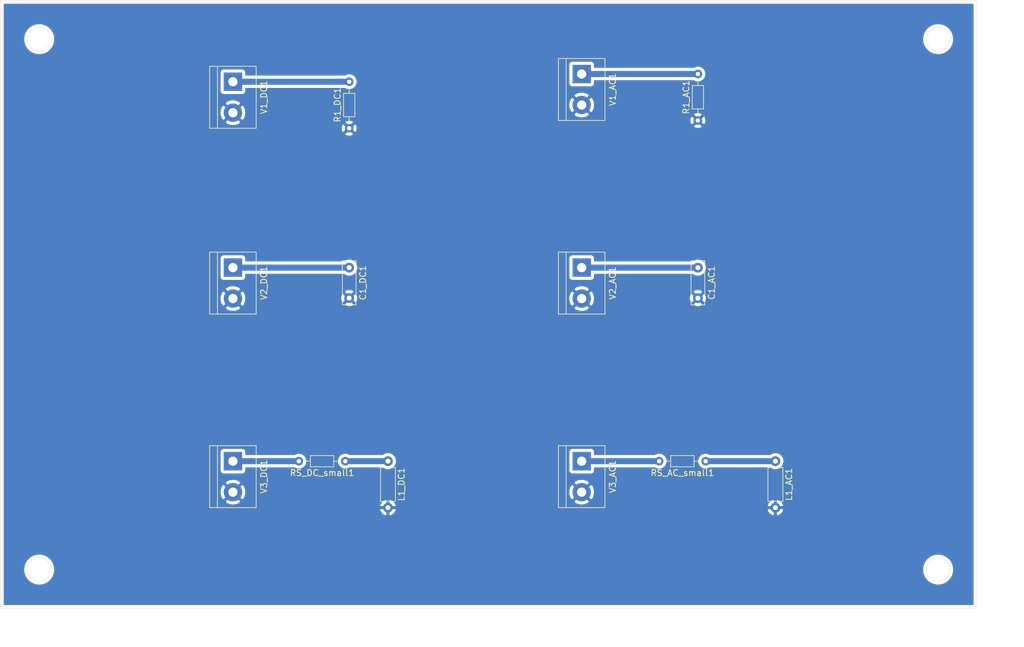
<source format=kicad_pcb>
(kicad_pcb (version 20171130) (host pcbnew "(5.1.10)-1")

  (general
    (thickness 1.6)
    (drawings 18)
    (tracks 9)
    (zones 0)
    (modules 14)
    (nets 10)
  )

  (page A4)
  (title_block
    (title "Basic components")
    (date 2021-08-04)
    (rev 1.0)
    (company SISSA)
    (comment 1 "Erik ZORZIN")
  )

  (layers
    (0 F.Cu signal)
    (31 B.Cu signal)
    (32 B.Adhes user)
    (33 F.Adhes user)
    (34 B.Paste user)
    (35 F.Paste user)
    (36 B.SilkS user)
    (37 F.SilkS user)
    (38 B.Mask user)
    (39 F.Mask user)
    (40 Dwgs.User user)
    (41 Cmts.User user)
    (42 Eco1.User user)
    (43 Eco2.User user)
    (44 Edge.Cuts user)
    (45 Margin user)
    (46 B.CrtYd user)
    (47 F.CrtYd user)
    (48 B.Fab user)
    (49 F.Fab user)
  )

  (setup
    (last_trace_width 1)
    (user_trace_width 1)
    (trace_clearance 0.2)
    (zone_clearance 0.508)
    (zone_45_only no)
    (trace_min 0.2)
    (via_size 0.8)
    (via_drill 0.4)
    (via_min_size 0.4)
    (via_min_drill 0.3)
    (uvia_size 0.3)
    (uvia_drill 0.1)
    (uvias_allowed no)
    (uvia_min_size 0.2)
    (uvia_min_drill 0.1)
    (edge_width 0.05)
    (segment_width 0.2)
    (pcb_text_width 0.3)
    (pcb_text_size 1.5 1.5)
    (mod_edge_width 0.12)
    (mod_text_size 1 1)
    (mod_text_width 0.15)
    (pad_size 1.524 1.524)
    (pad_drill 0.762)
    (pad_to_mask_clearance 0)
    (aux_axis_origin 0 0)
    (visible_elements FFFFFF7F)
    (pcbplotparams
      (layerselection 0x010fc_ffffffff)
      (usegerberextensions false)
      (usegerberattributes true)
      (usegerberadvancedattributes true)
      (creategerberjobfile true)
      (excludeedgelayer true)
      (linewidth 0.100000)
      (plotframeref false)
      (viasonmask false)
      (mode 1)
      (useauxorigin false)
      (hpglpennumber 1)
      (hpglpenspeed 20)
      (hpglpendiameter 15.000000)
      (psnegative false)
      (psa4output false)
      (plotreference true)
      (plotvalue true)
      (plotinvisibletext false)
      (padsonsilk false)
      (subtractmaskfromsilk false)
      (outputformat 1)
      (mirror false)
      (drillshape 1)
      (scaleselection 1)
      (outputdirectory ""))
  )

  (net 0 "")
  (net 1 GND)
  (net 2 "Net-(C1_AC1-Pad1)")
  (net 3 "Net-(C1_DC1-Pad1)")
  (net 4 "Net-(L1_AC1-Pad1)")
  (net 5 "Net-(L1_DC1-Pad1)")
  (net 6 "Net-(R1_AC1-Pad2)")
  (net 7 "Net-(R1_DC1-Pad2)")
  (net 8 "Net-(RS_AC_small1-Pad2)")
  (net 9 "Net-(RS_DC_small1-Pad2)")

  (net_class Default "This is the default net class."
    (clearance 0.2)
    (trace_width 0.25)
    (via_dia 0.8)
    (via_drill 0.4)
    (uvia_dia 0.3)
    (uvia_drill 0.1)
    (add_net GND)
    (add_net "Net-(C1_AC1-Pad1)")
    (add_net "Net-(C1_DC1-Pad1)")
    (add_net "Net-(L1_AC1-Pad1)")
    (add_net "Net-(L1_DC1-Pad1)")
    (add_net "Net-(R1_AC1-Pad2)")
    (add_net "Net-(R1_DC1-Pad2)")
    (add_net "Net-(RS_AC_small1-Pad2)")
    (add_net "Net-(RS_DC_small1-Pad2)")
  )

  (module Capacitor_THT:C_Rect_L7.0mm_W2.0mm_P5.00mm (layer F.Cu) (tedit 5AE50EF0) (tstamp 610AC59F)
    (at 177.8 84.460001 270)
    (descr "C, Rect series, Radial, pin pitch=5.00mm, , length*width=7*2mm^2, Capacitor")
    (tags "C Rect series Radial pin pitch 5.00mm  length 7mm width 2mm Capacitor")
    (path /610A6A1D)
    (fp_text reference C1_AC1 (at 2.5 -2.25 90) (layer F.SilkS)
      (effects (font (size 1 1) (thickness 0.15)))
    )
    (fp_text value 100n (at 2.5 2.25 90) (layer F.Fab)
      (effects (font (size 1 1) (thickness 0.15)))
    )
    (fp_text user %R (at 2.5 0 90) (layer F.Fab)
      (effects (font (size 1 1) (thickness 0.15)))
    )
    (fp_line (start -1 -1) (end -1 1) (layer F.Fab) (width 0.1))
    (fp_line (start -1 1) (end 6 1) (layer F.Fab) (width 0.1))
    (fp_line (start 6 1) (end 6 -1) (layer F.Fab) (width 0.1))
    (fp_line (start 6 -1) (end -1 -1) (layer F.Fab) (width 0.1))
    (fp_line (start -1.12 -1.12) (end 6.12 -1.12) (layer F.SilkS) (width 0.12))
    (fp_line (start -1.12 1.12) (end 6.12 1.12) (layer F.SilkS) (width 0.12))
    (fp_line (start -1.12 -1.12) (end -1.12 1.12) (layer F.SilkS) (width 0.12))
    (fp_line (start 6.12 -1.12) (end 6.12 1.12) (layer F.SilkS) (width 0.12))
    (fp_line (start -1.25 -1.25) (end -1.25 1.25) (layer F.CrtYd) (width 0.05))
    (fp_line (start -1.25 1.25) (end 6.25 1.25) (layer F.CrtYd) (width 0.05))
    (fp_line (start 6.25 1.25) (end 6.25 -1.25) (layer F.CrtYd) (width 0.05))
    (fp_line (start 6.25 -1.25) (end -1.25 -1.25) (layer F.CrtYd) (width 0.05))
    (pad 2 thru_hole circle (at 5 0 270) (size 1.6 1.6) (drill 0.8) (layers *.Cu *.Mask)
      (net 1 GND))
    (pad 1 thru_hole circle (at 0 0 270) (size 1.6 1.6) (drill 0.8) (layers *.Cu *.Mask)
      (net 2 "Net-(C1_AC1-Pad1)"))
    (model ${KISYS3DMOD}/Capacitor_THT.3dshapes/C_Rect_L7.0mm_W2.0mm_P5.00mm.wrl
      (at (xyz 0 0 0))
      (scale (xyz 1 1 1))
      (rotate (xyz 0 0 0))
    )
  )

  (module Inductor_THT:L_Axial_L5.3mm_D2.2mm_P7.62mm_Horizontal_Vishay_IM-1 (layer F.Cu) (tedit 5AE59B05) (tstamp 610AD592)
    (at 190.5 116.205 270)
    (descr "Inductor, Axial series, Axial, Horizontal, pin pitch=7.62mm, , length*diameter=5.3*2.2mm^2, Vishay, IM-1, http://www.vishay.com/docs/34030/im.pdf")
    (tags "Inductor Axial series Axial Horizontal pin pitch 7.62mm  length 5.3mm diameter 2.2mm Vishay IM-1")
    (path /610A6A3A)
    (fp_text reference L1_AC1 (at 3.81 -2.22 90) (layer F.SilkS)
      (effects (font (size 1 1) (thickness 0.15)))
    )
    (fp_text value 1u (at 3.81 2.22 90) (layer F.Fab)
      (effects (font (size 1 1) (thickness 0.15)))
    )
    (fp_text user %R (at 3.81 0 90) (layer F.Fab)
      (effects (font (size 1 1) (thickness 0.15)))
    )
    (fp_line (start 1.16 -1.1) (end 1.16 1.1) (layer F.Fab) (width 0.1))
    (fp_line (start 1.16 1.1) (end 6.46 1.1) (layer F.Fab) (width 0.1))
    (fp_line (start 6.46 1.1) (end 6.46 -1.1) (layer F.Fab) (width 0.1))
    (fp_line (start 6.46 -1.1) (end 1.16 -1.1) (layer F.Fab) (width 0.1))
    (fp_line (start 0 0) (end 1.16 0) (layer F.Fab) (width 0.1))
    (fp_line (start 7.62 0) (end 6.46 0) (layer F.Fab) (width 0.1))
    (fp_line (start 1.04 -1.22) (end 1.04 1.22) (layer F.SilkS) (width 0.12))
    (fp_line (start 1.04 1.22) (end 6.58 1.22) (layer F.SilkS) (width 0.12))
    (fp_line (start 6.58 1.22) (end 6.58 -1.22) (layer F.SilkS) (width 0.12))
    (fp_line (start 6.58 -1.22) (end 1.04 -1.22) (layer F.SilkS) (width 0.12))
    (fp_line (start -1.05 -1.35) (end -1.05 1.35) (layer F.CrtYd) (width 0.05))
    (fp_line (start -1.05 1.35) (end 8.67 1.35) (layer F.CrtYd) (width 0.05))
    (fp_line (start 8.67 1.35) (end 8.67 -1.35) (layer F.CrtYd) (width 0.05))
    (fp_line (start 8.67 -1.35) (end -1.05 -1.35) (layer F.CrtYd) (width 0.05))
    (pad 2 thru_hole oval (at 7.62 0 270) (size 1.6 1.6) (drill 0.8) (layers *.Cu *.Mask)
      (net 1 GND))
    (pad 1 thru_hole circle (at 0 0 270) (size 1.6 1.6) (drill 0.8) (layers *.Cu *.Mask)
      (net 4 "Net-(L1_AC1-Pad1)"))
    (model ${KISYS3DMOD}/Inductor_THT.3dshapes/L_Axial_L5.3mm_D2.2mm_P7.62mm_Horizontal_Vishay_IM-1.wrl
      (at (xyz 0 0 0))
      (scale (xyz 1 1 1))
      (rotate (xyz 0 0 0))
    )
  )

  (module Inductor_THT:L_Axial_L5.3mm_D2.2mm_P7.62mm_Horizontal_Vishay_IM-1 (layer F.Cu) (tedit 5AE59B05) (tstamp 610AC5DC)
    (at 127 116.205 270)
    (descr "Inductor, Axial series, Axial, Horizontal, pin pitch=7.62mm, , length*diameter=5.3*2.2mm^2, Vishay, IM-1, http://www.vishay.com/docs/34030/im.pdf")
    (tags "Inductor Axial series Axial Horizontal pin pitch 7.62mm  length 5.3mm diameter 2.2mm Vishay IM-1")
    (path /6109EE80)
    (fp_text reference L1_DC1 (at 3.81 -2.22 90) (layer F.SilkS)
      (effects (font (size 1 1) (thickness 0.15)))
    )
    (fp_text value 1u (at 3.81 2.22 90) (layer F.Fab)
      (effects (font (size 1 1) (thickness 0.15)))
    )
    (fp_line (start 8.67 -1.35) (end -1.05 -1.35) (layer F.CrtYd) (width 0.05))
    (fp_line (start 8.67 1.35) (end 8.67 -1.35) (layer F.CrtYd) (width 0.05))
    (fp_line (start -1.05 1.35) (end 8.67 1.35) (layer F.CrtYd) (width 0.05))
    (fp_line (start -1.05 -1.35) (end -1.05 1.35) (layer F.CrtYd) (width 0.05))
    (fp_line (start 6.58 -1.22) (end 1.04 -1.22) (layer F.SilkS) (width 0.12))
    (fp_line (start 6.58 1.22) (end 6.58 -1.22) (layer F.SilkS) (width 0.12))
    (fp_line (start 1.04 1.22) (end 6.58 1.22) (layer F.SilkS) (width 0.12))
    (fp_line (start 1.04 -1.22) (end 1.04 1.22) (layer F.SilkS) (width 0.12))
    (fp_line (start 7.62 0) (end 6.46 0) (layer F.Fab) (width 0.1))
    (fp_line (start 0 0) (end 1.16 0) (layer F.Fab) (width 0.1))
    (fp_line (start 6.46 -1.1) (end 1.16 -1.1) (layer F.Fab) (width 0.1))
    (fp_line (start 6.46 1.1) (end 6.46 -1.1) (layer F.Fab) (width 0.1))
    (fp_line (start 1.16 1.1) (end 6.46 1.1) (layer F.Fab) (width 0.1))
    (fp_line (start 1.16 -1.1) (end 1.16 1.1) (layer F.Fab) (width 0.1))
    (fp_text user %R (at 3.81 0 90) (layer F.Fab)
      (effects (font (size 1 1) (thickness 0.15)))
    )
    (pad 1 thru_hole circle (at 0 0 270) (size 1.6 1.6) (drill 0.8) (layers *.Cu *.Mask)
      (net 5 "Net-(L1_DC1-Pad1)"))
    (pad 2 thru_hole oval (at 7.62 0 270) (size 1.6 1.6) (drill 0.8) (layers *.Cu *.Mask)
      (net 1 GND))
    (model ${KISYS3DMOD}/Inductor_THT.3dshapes/L_Axial_L5.3mm_D2.2mm_P7.62mm_Horizontal_Vishay_IM-1.wrl
      (at (xyz 0 0 0))
      (scale (xyz 1 1 1))
      (rotate (xyz 0 0 0))
    )
  )

  (module Resistor_THT:R_Axial_DIN0204_L3.6mm_D1.6mm_P7.62mm_Horizontal (layer F.Cu) (tedit 5AE5139B) (tstamp 610AC5F3)
    (at 177.8 60.325 90)
    (descr "Resistor, Axial_DIN0204 series, Axial, Horizontal, pin pitch=7.62mm, 0.167W, length*diameter=3.6*1.6mm^2, http://cdn-reichelt.de/documents/datenblatt/B400/1_4W%23YAG.pdf")
    (tags "Resistor Axial_DIN0204 series Axial Horizontal pin pitch 7.62mm 0.167W length 3.6mm diameter 1.6mm")
    (path /610A69F0)
    (fp_text reference R1_AC1 (at 3.81 -1.92 90) (layer F.SilkS)
      (effects (font (size 1 1) (thickness 0.15)))
    )
    (fp_text value 1k (at 3.81 1.92 90) (layer F.Fab)
      (effects (font (size 1 1) (thickness 0.15)))
    )
    (fp_line (start 8.57 -1.05) (end -0.95 -1.05) (layer F.CrtYd) (width 0.05))
    (fp_line (start 8.57 1.05) (end 8.57 -1.05) (layer F.CrtYd) (width 0.05))
    (fp_line (start -0.95 1.05) (end 8.57 1.05) (layer F.CrtYd) (width 0.05))
    (fp_line (start -0.95 -1.05) (end -0.95 1.05) (layer F.CrtYd) (width 0.05))
    (fp_line (start 6.68 0) (end 5.73 0) (layer F.SilkS) (width 0.12))
    (fp_line (start 0.94 0) (end 1.89 0) (layer F.SilkS) (width 0.12))
    (fp_line (start 5.73 -0.92) (end 1.89 -0.92) (layer F.SilkS) (width 0.12))
    (fp_line (start 5.73 0.92) (end 5.73 -0.92) (layer F.SilkS) (width 0.12))
    (fp_line (start 1.89 0.92) (end 5.73 0.92) (layer F.SilkS) (width 0.12))
    (fp_line (start 1.89 -0.92) (end 1.89 0.92) (layer F.SilkS) (width 0.12))
    (fp_line (start 7.62 0) (end 5.61 0) (layer F.Fab) (width 0.1))
    (fp_line (start 0 0) (end 2.01 0) (layer F.Fab) (width 0.1))
    (fp_line (start 5.61 -0.8) (end 2.01 -0.8) (layer F.Fab) (width 0.1))
    (fp_line (start 5.61 0.8) (end 5.61 -0.8) (layer F.Fab) (width 0.1))
    (fp_line (start 2.01 0.8) (end 5.61 0.8) (layer F.Fab) (width 0.1))
    (fp_line (start 2.01 -0.8) (end 2.01 0.8) (layer F.Fab) (width 0.1))
    (fp_text user %R (at 3.81 0 90) (layer F.Fab)
      (effects (font (size 0.72 0.72) (thickness 0.108)))
    )
    (pad 1 thru_hole circle (at 0 0 90) (size 1.4 1.4) (drill 0.7) (layers *.Cu *.Mask)
      (net 1 GND))
    (pad 2 thru_hole oval (at 7.62 0 90) (size 1.4 1.4) (drill 0.7) (layers *.Cu *.Mask)
      (net 6 "Net-(R1_AC1-Pad2)"))
    (model ${KISYS3DMOD}/Resistor_THT.3dshapes/R_Axial_DIN0204_L3.6mm_D1.6mm_P7.62mm_Horizontal.wrl
      (at (xyz 0 0 0))
      (scale (xyz 1 1 1))
      (rotate (xyz 0 0 0))
    )
  )

  (module Resistor_THT:R_Axial_DIN0204_L3.6mm_D1.6mm_P7.62mm_Horizontal (layer F.Cu) (tedit 5AE5139B) (tstamp 610AD954)
    (at 120.65 61.595 90)
    (descr "Resistor, Axial_DIN0204 series, Axial, Horizontal, pin pitch=7.62mm, 0.167W, length*diameter=3.6*1.6mm^2, http://cdn-reichelt.de/documents/datenblatt/B400/1_4W%23YAG.pdf")
    (tags "Resistor Axial_DIN0204 series Axial Horizontal pin pitch 7.62mm 0.167W length 3.6mm diameter 1.6mm")
    (path /61093210)
    (fp_text reference R1_DC1 (at 3.81 -1.92 90) (layer F.SilkS)
      (effects (font (size 1 1) (thickness 0.15)))
    )
    (fp_text value 1k (at 3.81 1.92 90) (layer F.Fab)
      (effects (font (size 1 1) (thickness 0.15)))
    )
    (fp_line (start 8.57 -1.05) (end -0.95 -1.05) (layer F.CrtYd) (width 0.05))
    (fp_line (start 8.57 1.05) (end 8.57 -1.05) (layer F.CrtYd) (width 0.05))
    (fp_line (start -0.95 1.05) (end 8.57 1.05) (layer F.CrtYd) (width 0.05))
    (fp_line (start -0.95 -1.05) (end -0.95 1.05) (layer F.CrtYd) (width 0.05))
    (fp_line (start 6.68 0) (end 5.73 0) (layer F.SilkS) (width 0.12))
    (fp_line (start 0.94 0) (end 1.89 0) (layer F.SilkS) (width 0.12))
    (fp_line (start 5.73 -0.92) (end 1.89 -0.92) (layer F.SilkS) (width 0.12))
    (fp_line (start 5.73 0.92) (end 5.73 -0.92) (layer F.SilkS) (width 0.12))
    (fp_line (start 1.89 0.92) (end 5.73 0.92) (layer F.SilkS) (width 0.12))
    (fp_line (start 1.89 -0.92) (end 1.89 0.92) (layer F.SilkS) (width 0.12))
    (fp_line (start 7.62 0) (end 5.61 0) (layer F.Fab) (width 0.1))
    (fp_line (start 0 0) (end 2.01 0) (layer F.Fab) (width 0.1))
    (fp_line (start 5.61 -0.8) (end 2.01 -0.8) (layer F.Fab) (width 0.1))
    (fp_line (start 5.61 0.8) (end 5.61 -0.8) (layer F.Fab) (width 0.1))
    (fp_line (start 2.01 0.8) (end 5.61 0.8) (layer F.Fab) (width 0.1))
    (fp_line (start 2.01 -0.8) (end 2.01 0.8) (layer F.Fab) (width 0.1))
    (fp_text user %R (at 3.81 0 90) (layer F.Fab)
      (effects (font (size 0.72 0.72) (thickness 0.108)))
    )
    (pad 1 thru_hole circle (at 0 0 90) (size 1.4 1.4) (drill 0.7) (layers *.Cu *.Mask)
      (net 1 GND))
    (pad 2 thru_hole oval (at 7.62 0 90) (size 1.4 1.4) (drill 0.7) (layers *.Cu *.Mask)
      (net 7 "Net-(R1_DC1-Pad2)"))
    (model ${KISYS3DMOD}/Resistor_THT.3dshapes/R_Axial_DIN0204_L3.6mm_D1.6mm_P7.62mm_Horizontal.wrl
      (at (xyz 0 0 0))
      (scale (xyz 1 1 1))
      (rotate (xyz 0 0 0))
    )
  )

  (module Resistor_THT:R_Axial_DIN0204_L3.6mm_D1.6mm_P7.62mm_Horizontal (layer F.Cu) (tedit 5AE5139B) (tstamp 610AC621)
    (at 179.07 116.205 180)
    (descr "Resistor, Axial_DIN0204 series, Axial, Horizontal, pin pitch=7.62mm, 0.167W, length*diameter=3.6*1.6mm^2, http://cdn-reichelt.de/documents/datenblatt/B400/1_4W%23YAG.pdf")
    (tags "Resistor Axial_DIN0204 series Axial Horizontal pin pitch 7.62mm 0.167W length 3.6mm diameter 1.6mm")
    (path /610A6A40)
    (fp_text reference RS_AC_small1 (at 3.81 -1.92) (layer F.SilkS)
      (effects (font (size 1 1) (thickness 0.15)))
    )
    (fp_text value 1u (at 3.81 1.92) (layer F.Fab)
      (effects (font (size 1 1) (thickness 0.15)))
    )
    (fp_text user %R (at 3.81 0) (layer F.Fab)
      (effects (font (size 0.72 0.72) (thickness 0.108)))
    )
    (fp_line (start 2.01 -0.8) (end 2.01 0.8) (layer F.Fab) (width 0.1))
    (fp_line (start 2.01 0.8) (end 5.61 0.8) (layer F.Fab) (width 0.1))
    (fp_line (start 5.61 0.8) (end 5.61 -0.8) (layer F.Fab) (width 0.1))
    (fp_line (start 5.61 -0.8) (end 2.01 -0.8) (layer F.Fab) (width 0.1))
    (fp_line (start 0 0) (end 2.01 0) (layer F.Fab) (width 0.1))
    (fp_line (start 7.62 0) (end 5.61 0) (layer F.Fab) (width 0.1))
    (fp_line (start 1.89 -0.92) (end 1.89 0.92) (layer F.SilkS) (width 0.12))
    (fp_line (start 1.89 0.92) (end 5.73 0.92) (layer F.SilkS) (width 0.12))
    (fp_line (start 5.73 0.92) (end 5.73 -0.92) (layer F.SilkS) (width 0.12))
    (fp_line (start 5.73 -0.92) (end 1.89 -0.92) (layer F.SilkS) (width 0.12))
    (fp_line (start 0.94 0) (end 1.89 0) (layer F.SilkS) (width 0.12))
    (fp_line (start 6.68 0) (end 5.73 0) (layer F.SilkS) (width 0.12))
    (fp_line (start -0.95 -1.05) (end -0.95 1.05) (layer F.CrtYd) (width 0.05))
    (fp_line (start -0.95 1.05) (end 8.57 1.05) (layer F.CrtYd) (width 0.05))
    (fp_line (start 8.57 1.05) (end 8.57 -1.05) (layer F.CrtYd) (width 0.05))
    (fp_line (start 8.57 -1.05) (end -0.95 -1.05) (layer F.CrtYd) (width 0.05))
    (pad 2 thru_hole oval (at 7.62 0 180) (size 1.4 1.4) (drill 0.7) (layers *.Cu *.Mask)
      (net 8 "Net-(RS_AC_small1-Pad2)"))
    (pad 1 thru_hole circle (at 0 0 180) (size 1.4 1.4) (drill 0.7) (layers *.Cu *.Mask)
      (net 4 "Net-(L1_AC1-Pad1)"))
    (model ${KISYS3DMOD}/Resistor_THT.3dshapes/R_Axial_DIN0204_L3.6mm_D1.6mm_P7.62mm_Horizontal.wrl
      (at (xyz 0 0 0))
      (scale (xyz 1 1 1))
      (rotate (xyz 0 0 0))
    )
  )

  (module Resistor_THT:R_Axial_DIN0204_L3.6mm_D1.6mm_P7.62mm_Horizontal (layer F.Cu) (tedit 5AE5139B) (tstamp 610ACFD6)
    (at 120.015 116.205 180)
    (descr "Resistor, Axial_DIN0204 series, Axial, Horizontal, pin pitch=7.62mm, 0.167W, length*diameter=3.6*1.6mm^2, http://cdn-reichelt.de/documents/datenblatt/B400/1_4W%23YAG.pdf")
    (tags "Resistor Axial_DIN0204 series Axial Horizontal pin pitch 7.62mm 0.167W length 3.6mm diameter 1.6mm")
    (path /6109F806)
    (fp_text reference RS_DC_small1 (at 3.81 -1.92) (layer F.SilkS)
      (effects (font (size 1 1) (thickness 0.15)))
    )
    (fp_text value 100m (at 3.81 1.92) (layer F.Fab)
      (effects (font (size 1 1) (thickness 0.15)))
    )
    (fp_text user %R (at 3.81 0) (layer F.Fab)
      (effects (font (size 0.72 0.72) (thickness 0.108)))
    )
    (fp_line (start 2.01 -0.8) (end 2.01 0.8) (layer F.Fab) (width 0.1))
    (fp_line (start 2.01 0.8) (end 5.61 0.8) (layer F.Fab) (width 0.1))
    (fp_line (start 5.61 0.8) (end 5.61 -0.8) (layer F.Fab) (width 0.1))
    (fp_line (start 5.61 -0.8) (end 2.01 -0.8) (layer F.Fab) (width 0.1))
    (fp_line (start 0 0) (end 2.01 0) (layer F.Fab) (width 0.1))
    (fp_line (start 7.62 0) (end 5.61 0) (layer F.Fab) (width 0.1))
    (fp_line (start 1.89 -0.92) (end 1.89 0.92) (layer F.SilkS) (width 0.12))
    (fp_line (start 1.89 0.92) (end 5.73 0.92) (layer F.SilkS) (width 0.12))
    (fp_line (start 5.73 0.92) (end 5.73 -0.92) (layer F.SilkS) (width 0.12))
    (fp_line (start 5.73 -0.92) (end 1.89 -0.92) (layer F.SilkS) (width 0.12))
    (fp_line (start 0.94 0) (end 1.89 0) (layer F.SilkS) (width 0.12))
    (fp_line (start 6.68 0) (end 5.73 0) (layer F.SilkS) (width 0.12))
    (fp_line (start -0.95 -1.05) (end -0.95 1.05) (layer F.CrtYd) (width 0.05))
    (fp_line (start -0.95 1.05) (end 8.57 1.05) (layer F.CrtYd) (width 0.05))
    (fp_line (start 8.57 1.05) (end 8.57 -1.05) (layer F.CrtYd) (width 0.05))
    (fp_line (start 8.57 -1.05) (end -0.95 -1.05) (layer F.CrtYd) (width 0.05))
    (pad 2 thru_hole oval (at 7.62 0 180) (size 1.4 1.4) (drill 0.7) (layers *.Cu *.Mask)
      (net 9 "Net-(RS_DC_small1-Pad2)"))
    (pad 1 thru_hole circle (at 0 0 180) (size 1.4 1.4) (drill 0.7) (layers *.Cu *.Mask)
      (net 5 "Net-(L1_DC1-Pad1)"))
    (model ${KISYS3DMOD}/Resistor_THT.3dshapes/R_Axial_DIN0204_L3.6mm_D1.6mm_P7.62mm_Horizontal.wrl
      (at (xyz 0 0 0))
      (scale (xyz 1 1 1))
      (rotate (xyz 0 0 0))
    )
  )

  (module TerminalBlock:TerminalBlock_bornier-2_P5.08mm (layer F.Cu) (tedit 59FF03AB) (tstamp 610AC64D)
    (at 158.75 52.705 270)
    (descr "simple 2-pin terminal block, pitch 5.08mm, revamped version of bornier2")
    (tags "terminal block bornier2")
    (path /610A7EDA)
    (fp_text reference V1_AC1 (at 2.54 -5.08 90) (layer F.SilkS)
      (effects (font (size 1 1) (thickness 0.15)))
    )
    (fp_text value VSIN (at 2.54 5.08 90) (layer F.Fab)
      (effects (font (size 1 1) (thickness 0.15)))
    )
    (fp_text user %R (at 2.54 0 90) (layer F.Fab)
      (effects (font (size 1 1) (thickness 0.15)))
    )
    (fp_line (start -2.41 2.55) (end 7.49 2.55) (layer F.Fab) (width 0.1))
    (fp_line (start -2.46 -3.75) (end -2.46 3.75) (layer F.Fab) (width 0.1))
    (fp_line (start -2.46 3.75) (end 7.54 3.75) (layer F.Fab) (width 0.1))
    (fp_line (start 7.54 3.75) (end 7.54 -3.75) (layer F.Fab) (width 0.1))
    (fp_line (start 7.54 -3.75) (end -2.46 -3.75) (layer F.Fab) (width 0.1))
    (fp_line (start 7.62 2.54) (end -2.54 2.54) (layer F.SilkS) (width 0.12))
    (fp_line (start 7.62 3.81) (end 7.62 -3.81) (layer F.SilkS) (width 0.12))
    (fp_line (start 7.62 -3.81) (end -2.54 -3.81) (layer F.SilkS) (width 0.12))
    (fp_line (start -2.54 -3.81) (end -2.54 3.81) (layer F.SilkS) (width 0.12))
    (fp_line (start -2.54 3.81) (end 7.62 3.81) (layer F.SilkS) (width 0.12))
    (fp_line (start -2.71 -4) (end 7.79 -4) (layer F.CrtYd) (width 0.05))
    (fp_line (start -2.71 -4) (end -2.71 4) (layer F.CrtYd) (width 0.05))
    (fp_line (start 7.79 4) (end 7.79 -4) (layer F.CrtYd) (width 0.05))
    (fp_line (start 7.79 4) (end -2.71 4) (layer F.CrtYd) (width 0.05))
    (pad 2 thru_hole circle (at 5.08 0 270) (size 3 3) (drill 1.52) (layers *.Cu *.Mask)
      (net 1 GND))
    (pad 1 thru_hole rect (at 0 0 270) (size 3 3) (drill 1.52) (layers *.Cu *.Mask)
      (net 6 "Net-(R1_AC1-Pad2)"))
    (model ${KISYS3DMOD}/TerminalBlock.3dshapes/TerminalBlock_bornier-2_P5.08mm.wrl
      (offset (xyz 2.539999961853027 0 0))
      (scale (xyz 1 1 1))
      (rotate (xyz 0 0 0))
    )
  )

  (module TerminalBlock:TerminalBlock_bornier-2_P5.08mm (layer F.Cu) (tedit 59FF03AB) (tstamp 610AC662)
    (at 101.6 53.975 270)
    (descr "simple 2-pin terminal block, pitch 5.08mm, revamped version of bornier2")
    (tags "terminal block bornier2")
    (path /61095999)
    (fp_text reference V1_DC1 (at 2.54 -5.08 90) (layer F.SilkS)
      (effects (font (size 1 1) (thickness 0.15)))
    )
    (fp_text value VDC (at 2.54 5.08 90) (layer F.Fab)
      (effects (font (size 1 1) (thickness 0.15)))
    )
    (fp_line (start 7.79 4) (end -2.71 4) (layer F.CrtYd) (width 0.05))
    (fp_line (start 7.79 4) (end 7.79 -4) (layer F.CrtYd) (width 0.05))
    (fp_line (start -2.71 -4) (end -2.71 4) (layer F.CrtYd) (width 0.05))
    (fp_line (start -2.71 -4) (end 7.79 -4) (layer F.CrtYd) (width 0.05))
    (fp_line (start -2.54 3.81) (end 7.62 3.81) (layer F.SilkS) (width 0.12))
    (fp_line (start -2.54 -3.81) (end -2.54 3.81) (layer F.SilkS) (width 0.12))
    (fp_line (start 7.62 -3.81) (end -2.54 -3.81) (layer F.SilkS) (width 0.12))
    (fp_line (start 7.62 3.81) (end 7.62 -3.81) (layer F.SilkS) (width 0.12))
    (fp_line (start 7.62 2.54) (end -2.54 2.54) (layer F.SilkS) (width 0.12))
    (fp_line (start 7.54 -3.75) (end -2.46 -3.75) (layer F.Fab) (width 0.1))
    (fp_line (start 7.54 3.75) (end 7.54 -3.75) (layer F.Fab) (width 0.1))
    (fp_line (start -2.46 3.75) (end 7.54 3.75) (layer F.Fab) (width 0.1))
    (fp_line (start -2.46 -3.75) (end -2.46 3.75) (layer F.Fab) (width 0.1))
    (fp_line (start -2.41 2.55) (end 7.49 2.55) (layer F.Fab) (width 0.1))
    (fp_text user %R (at 2.54 0 90) (layer F.Fab)
      (effects (font (size 1 1) (thickness 0.15)))
    )
    (pad 1 thru_hole rect (at 0 0 270) (size 3 3) (drill 1.52) (layers *.Cu *.Mask)
      (net 7 "Net-(R1_DC1-Pad2)"))
    (pad 2 thru_hole circle (at 5.08 0 270) (size 3 3) (drill 1.52) (layers *.Cu *.Mask)
      (net 1 GND))
    (model ${KISYS3DMOD}/TerminalBlock.3dshapes/TerminalBlock_bornier-2_P5.08mm.wrl
      (offset (xyz 2.539999961853027 0 0))
      (scale (xyz 1 1 1))
      (rotate (xyz 0 0 0))
    )
  )

  (module TerminalBlock:TerminalBlock_bornier-2_P5.08mm (layer F.Cu) (tedit 59FF03AB) (tstamp 610AC677)
    (at 158.75 84.455 270)
    (descr "simple 2-pin terminal block, pitch 5.08mm, revamped version of bornier2")
    (tags "terminal block bornier2")
    (path /610A8AA7)
    (fp_text reference V2_AC1 (at 2.54 -5.08 90) (layer F.SilkS)
      (effects (font (size 1 1) (thickness 0.15)))
    )
    (fp_text value VSIN (at 2.54 5.08 90) (layer F.Fab)
      (effects (font (size 1 1) (thickness 0.15)))
    )
    (fp_line (start 7.79 4) (end -2.71 4) (layer F.CrtYd) (width 0.05))
    (fp_line (start 7.79 4) (end 7.79 -4) (layer F.CrtYd) (width 0.05))
    (fp_line (start -2.71 -4) (end -2.71 4) (layer F.CrtYd) (width 0.05))
    (fp_line (start -2.71 -4) (end 7.79 -4) (layer F.CrtYd) (width 0.05))
    (fp_line (start -2.54 3.81) (end 7.62 3.81) (layer F.SilkS) (width 0.12))
    (fp_line (start -2.54 -3.81) (end -2.54 3.81) (layer F.SilkS) (width 0.12))
    (fp_line (start 7.62 -3.81) (end -2.54 -3.81) (layer F.SilkS) (width 0.12))
    (fp_line (start 7.62 3.81) (end 7.62 -3.81) (layer F.SilkS) (width 0.12))
    (fp_line (start 7.62 2.54) (end -2.54 2.54) (layer F.SilkS) (width 0.12))
    (fp_line (start 7.54 -3.75) (end -2.46 -3.75) (layer F.Fab) (width 0.1))
    (fp_line (start 7.54 3.75) (end 7.54 -3.75) (layer F.Fab) (width 0.1))
    (fp_line (start -2.46 3.75) (end 7.54 3.75) (layer F.Fab) (width 0.1))
    (fp_line (start -2.46 -3.75) (end -2.46 3.75) (layer F.Fab) (width 0.1))
    (fp_line (start -2.41 2.55) (end 7.49 2.55) (layer F.Fab) (width 0.1))
    (fp_text user %R (at 2.54 0 90) (layer F.Fab)
      (effects (font (size 1 1) (thickness 0.15)))
    )
    (pad 1 thru_hole rect (at 0 0 270) (size 3 3) (drill 1.52) (layers *.Cu *.Mask)
      (net 2 "Net-(C1_AC1-Pad1)"))
    (pad 2 thru_hole circle (at 5.08 0 270) (size 3 3) (drill 1.52) (layers *.Cu *.Mask)
      (net 1 GND))
    (model ${KISYS3DMOD}/TerminalBlock.3dshapes/TerminalBlock_bornier-2_P5.08mm.wrl
      (offset (xyz 2.539999961853027 0 0))
      (scale (xyz 1 1 1))
      (rotate (xyz 0 0 0))
    )
  )

  (module TerminalBlock:TerminalBlock_bornier-2_P5.08mm (layer F.Cu) (tedit 59FF03AB) (tstamp 610AC68C)
    (at 101.6 84.455 270)
    (descr "simple 2-pin terminal block, pitch 5.08mm, revamped version of bornier2")
    (tags "terminal block bornier2")
    (path /61099CA3)
    (fp_text reference V2_DC1 (at 2.54 -5.08 90) (layer F.SilkS)
      (effects (font (size 1 1) (thickness 0.15)))
    )
    (fp_text value VDC (at 2.54 5.08 90) (layer F.Fab)
      (effects (font (size 1 1) (thickness 0.15)))
    )
    (fp_text user %R (at 2.54 0 90) (layer F.Fab)
      (effects (font (size 1 1) (thickness 0.15)))
    )
    (fp_line (start -2.41 2.55) (end 7.49 2.55) (layer F.Fab) (width 0.1))
    (fp_line (start -2.46 -3.75) (end -2.46 3.75) (layer F.Fab) (width 0.1))
    (fp_line (start -2.46 3.75) (end 7.54 3.75) (layer F.Fab) (width 0.1))
    (fp_line (start 7.54 3.75) (end 7.54 -3.75) (layer F.Fab) (width 0.1))
    (fp_line (start 7.54 -3.75) (end -2.46 -3.75) (layer F.Fab) (width 0.1))
    (fp_line (start 7.62 2.54) (end -2.54 2.54) (layer F.SilkS) (width 0.12))
    (fp_line (start 7.62 3.81) (end 7.62 -3.81) (layer F.SilkS) (width 0.12))
    (fp_line (start 7.62 -3.81) (end -2.54 -3.81) (layer F.SilkS) (width 0.12))
    (fp_line (start -2.54 -3.81) (end -2.54 3.81) (layer F.SilkS) (width 0.12))
    (fp_line (start -2.54 3.81) (end 7.62 3.81) (layer F.SilkS) (width 0.12))
    (fp_line (start -2.71 -4) (end 7.79 -4) (layer F.CrtYd) (width 0.05))
    (fp_line (start -2.71 -4) (end -2.71 4) (layer F.CrtYd) (width 0.05))
    (fp_line (start 7.79 4) (end 7.79 -4) (layer F.CrtYd) (width 0.05))
    (fp_line (start 7.79 4) (end -2.71 4) (layer F.CrtYd) (width 0.05))
    (pad 2 thru_hole circle (at 5.08 0 270) (size 3 3) (drill 1.52) (layers *.Cu *.Mask)
      (net 1 GND))
    (pad 1 thru_hole rect (at 0 0 270) (size 3 3) (drill 1.52) (layers *.Cu *.Mask)
      (net 3 "Net-(C1_DC1-Pad1)"))
    (model ${KISYS3DMOD}/TerminalBlock.3dshapes/TerminalBlock_bornier-2_P5.08mm.wrl
      (offset (xyz 2.539999961853027 0 0))
      (scale (xyz 1 1 1))
      (rotate (xyz 0 0 0))
    )
  )

  (module TerminalBlock:TerminalBlock_bornier-2_P5.08mm (layer F.Cu) (tedit 59FF03AB) (tstamp 610AC6A1)
    (at 158.75 116.205 270)
    (descr "simple 2-pin terminal block, pitch 5.08mm, revamped version of bornier2")
    (tags "terminal block bornier2")
    (path /610A9098)
    (fp_text reference V3_AC1 (at 2.54 -5.08 90) (layer F.SilkS)
      (effects (font (size 1 1) (thickness 0.15)))
    )
    (fp_text value VSIN (at 2.54 5.08 90) (layer F.Fab)
      (effects (font (size 1 1) (thickness 0.15)))
    )
    (fp_text user %R (at 2.54 0 90) (layer F.Fab)
      (effects (font (size 1 1) (thickness 0.15)))
    )
    (fp_line (start -2.41 2.55) (end 7.49 2.55) (layer F.Fab) (width 0.1))
    (fp_line (start -2.46 -3.75) (end -2.46 3.75) (layer F.Fab) (width 0.1))
    (fp_line (start -2.46 3.75) (end 7.54 3.75) (layer F.Fab) (width 0.1))
    (fp_line (start 7.54 3.75) (end 7.54 -3.75) (layer F.Fab) (width 0.1))
    (fp_line (start 7.54 -3.75) (end -2.46 -3.75) (layer F.Fab) (width 0.1))
    (fp_line (start 7.62 2.54) (end -2.54 2.54) (layer F.SilkS) (width 0.12))
    (fp_line (start 7.62 3.81) (end 7.62 -3.81) (layer F.SilkS) (width 0.12))
    (fp_line (start 7.62 -3.81) (end -2.54 -3.81) (layer F.SilkS) (width 0.12))
    (fp_line (start -2.54 -3.81) (end -2.54 3.81) (layer F.SilkS) (width 0.12))
    (fp_line (start -2.54 3.81) (end 7.62 3.81) (layer F.SilkS) (width 0.12))
    (fp_line (start -2.71 -4) (end 7.79 -4) (layer F.CrtYd) (width 0.05))
    (fp_line (start -2.71 -4) (end -2.71 4) (layer F.CrtYd) (width 0.05))
    (fp_line (start 7.79 4) (end 7.79 -4) (layer F.CrtYd) (width 0.05))
    (fp_line (start 7.79 4) (end -2.71 4) (layer F.CrtYd) (width 0.05))
    (pad 2 thru_hole circle (at 5.08 0 270) (size 3 3) (drill 1.52) (layers *.Cu *.Mask)
      (net 1 GND))
    (pad 1 thru_hole rect (at 0 0 270) (size 3 3) (drill 1.52) (layers *.Cu *.Mask)
      (net 8 "Net-(RS_AC_small1-Pad2)"))
    (model ${KISYS3DMOD}/TerminalBlock.3dshapes/TerminalBlock_bornier-2_P5.08mm.wrl
      (offset (xyz 2.539999961853027 0 0))
      (scale (xyz 1 1 1))
      (rotate (xyz 0 0 0))
    )
  )

  (module TerminalBlock:TerminalBlock_bornier-2_P5.08mm (layer F.Cu) (tedit 59FF03AB) (tstamp 610AC6B6)
    (at 101.6 116.205 270)
    (descr "simple 2-pin terminal block, pitch 5.08mm, revamped version of bornier2")
    (tags "terminal block bornier2")
    (path /6109EB02)
    (fp_text reference V3_DC1 (at 2.54 -5.08 90) (layer F.SilkS)
      (effects (font (size 1 1) (thickness 0.15)))
    )
    (fp_text value VDC (at 2.54 5.08 90) (layer F.Fab)
      (effects (font (size 1 1) (thickness 0.15)))
    )
    (fp_line (start 7.79 4) (end -2.71 4) (layer F.CrtYd) (width 0.05))
    (fp_line (start 7.79 4) (end 7.79 -4) (layer F.CrtYd) (width 0.05))
    (fp_line (start -2.71 -4) (end -2.71 4) (layer F.CrtYd) (width 0.05))
    (fp_line (start -2.71 -4) (end 7.79 -4) (layer F.CrtYd) (width 0.05))
    (fp_line (start -2.54 3.81) (end 7.62 3.81) (layer F.SilkS) (width 0.12))
    (fp_line (start -2.54 -3.81) (end -2.54 3.81) (layer F.SilkS) (width 0.12))
    (fp_line (start 7.62 -3.81) (end -2.54 -3.81) (layer F.SilkS) (width 0.12))
    (fp_line (start 7.62 3.81) (end 7.62 -3.81) (layer F.SilkS) (width 0.12))
    (fp_line (start 7.62 2.54) (end -2.54 2.54) (layer F.SilkS) (width 0.12))
    (fp_line (start 7.54 -3.75) (end -2.46 -3.75) (layer F.Fab) (width 0.1))
    (fp_line (start 7.54 3.75) (end 7.54 -3.75) (layer F.Fab) (width 0.1))
    (fp_line (start -2.46 3.75) (end 7.54 3.75) (layer F.Fab) (width 0.1))
    (fp_line (start -2.46 -3.75) (end -2.46 3.75) (layer F.Fab) (width 0.1))
    (fp_line (start -2.41 2.55) (end 7.49 2.55) (layer F.Fab) (width 0.1))
    (fp_text user %R (at 2.54 0 90) (layer F.Fab)
      (effects (font (size 1 1) (thickness 0.15)))
    )
    (pad 1 thru_hole rect (at 0 0 270) (size 3 3) (drill 1.52) (layers *.Cu *.Mask)
      (net 9 "Net-(RS_DC_small1-Pad2)"))
    (pad 2 thru_hole circle (at 5.08 0 270) (size 3 3) (drill 1.52) (layers *.Cu *.Mask)
      (net 1 GND))
    (model ${KISYS3DMOD}/TerminalBlock.3dshapes/TerminalBlock_bornier-2_P5.08mm.wrl
      (offset (xyz 2.539999961853027 0 0))
      (scale (xyz 1 1 1))
      (rotate (xyz 0 0 0))
    )
  )

  (module Capacitor_THT:C_Rect_L7.0mm_W2.0mm_P5.00mm (layer F.Cu) (tedit 5AE50EF0) (tstamp 610AD16E)
    (at 120.65 84.455 270)
    (descr "C, Rect series, Radial, pin pitch=5.00mm, , length*width=7*2mm^2, Capacitor")
    (tags "C Rect series Radial pin pitch 5.00mm  length 7mm width 2mm Capacitor")
    (path /6109C5D2)
    (fp_text reference C1_DC1 (at 2.5 -2.25 90) (layer F.SilkS)
      (effects (font (size 1 1) (thickness 0.15)))
    )
    (fp_text value 100n (at 2.5 2.25 90) (layer F.Fab)
      (effects (font (size 1 1) (thickness 0.15)))
    )
    (fp_line (start 6.25 -1.25) (end -1.25 -1.25) (layer F.CrtYd) (width 0.05))
    (fp_line (start 6.25 1.25) (end 6.25 -1.25) (layer F.CrtYd) (width 0.05))
    (fp_line (start -1.25 1.25) (end 6.25 1.25) (layer F.CrtYd) (width 0.05))
    (fp_line (start -1.25 -1.25) (end -1.25 1.25) (layer F.CrtYd) (width 0.05))
    (fp_line (start 6.12 -1.12) (end 6.12 1.12) (layer F.SilkS) (width 0.12))
    (fp_line (start -1.12 -1.12) (end -1.12 1.12) (layer F.SilkS) (width 0.12))
    (fp_line (start -1.12 1.12) (end 6.12 1.12) (layer F.SilkS) (width 0.12))
    (fp_line (start -1.12 -1.12) (end 6.12 -1.12) (layer F.SilkS) (width 0.12))
    (fp_line (start 6 -1) (end -1 -1) (layer F.Fab) (width 0.1))
    (fp_line (start 6 1) (end 6 -1) (layer F.Fab) (width 0.1))
    (fp_line (start -1 1) (end 6 1) (layer F.Fab) (width 0.1))
    (fp_line (start -1 -1) (end -1 1) (layer F.Fab) (width 0.1))
    (fp_text user %R (at 2.5 0 90) (layer F.Fab)
      (effects (font (size 1 1) (thickness 0.15)))
    )
    (pad 1 thru_hole circle (at 0 0 270) (size 1.6 1.6) (drill 0.8) (layers *.Cu *.Mask)
      (net 3 "Net-(C1_DC1-Pad1)"))
    (pad 2 thru_hole circle (at 5 0 270) (size 1.6 1.6) (drill 0.8) (layers *.Cu *.Mask)
      (net 1 GND))
    (model ${KISYS3DMOD}/Capacitor_THT.3dshapes/C_Rect_L7.0mm_W2.0mm_P5.00mm.wrl
      (at (xyz 0 0 0))
      (scale (xyz 1 1 1))
      (rotate (xyz 0 0 0))
    )
  )

  (dimension 99.695 (width 0.15) (layer F.Fab)
    (gr_text "99.695 mm" (at 229.9 90.4875 90) (layer F.Fab)
      (effects (font (size 1 1) (thickness 0.15)))
    )
    (feature1 (pts (xy 223.52 40.64) (xy 229.186421 40.64)))
    (feature2 (pts (xy 223.52 140.335) (xy 229.186421 140.335)))
    (crossbar (pts (xy 228.6 140.335) (xy 228.6 40.64)))
    (arrow1a (pts (xy 228.6 40.64) (xy 229.186421 41.766504)))
    (arrow1b (pts (xy 228.6 40.64) (xy 228.013579 41.766504)))
    (arrow2a (pts (xy 228.6 140.335) (xy 229.186421 139.208496)))
    (arrow2b (pts (xy 228.6 140.335) (xy 228.013579 139.208496)))
  )
  (dimension 160.02 (width 0.15) (layer F.Fab)
    (gr_text "160.020 mm" (at 143.51 147.349999) (layer F.Fab)
      (effects (font (size 1 1) (thickness 0.15)))
    )
    (feature1 (pts (xy 223.52 140.335) (xy 223.52 146.63642)))
    (feature2 (pts (xy 63.5 140.335) (xy 63.5 146.63642)))
    (crossbar (pts (xy 63.5 146.049999) (xy 223.52 146.049999)))
    (arrow1a (pts (xy 223.52 146.049999) (xy 222.393496 146.63642)))
    (arrow1b (pts (xy 223.52 146.049999) (xy 222.393496 145.463578)))
    (arrow2a (pts (xy 63.5 146.049999) (xy 64.626504 146.63642)))
    (arrow2b (pts (xy 63.5 146.049999) (xy 64.626504 145.463578)))
  )
  (gr_circle (center 69.85 133.985) (end 69.85 132.08) (layer Edge.Cuts) (width 0.05))
  (gr_circle (center 69.85 46.99) (end 69.85 45.085) (layer Edge.Cuts) (width 0.05))
  (gr_circle (center 217.17 46.99) (end 217.17 45.085) (layer Edge.Cuts) (width 0.05))
  (gr_circle (center 217.17 133.985) (end 217.17 132.08) (layer Edge.Cuts) (width 0.05))
  (gr_circle (center 217.17 133.985) (end 217.17 137.16) (layer Margin) (width 0.15))
  (gr_circle (center 217.17 46.99) (end 217.17 43.815) (layer Margin) (width 0.15))
  (gr_circle (center 69.85 46.99) (end 69.85 43.815) (layer Margin) (width 0.15))
  (gr_circle (center 69.85 133.985) (end 69.85 137.16) (layer Margin) (width 0.15))
  (gr_line (start 223.52 140.335) (end 63.5 140.335) (layer Edge.Cuts) (width 0.05) (tstamp 610AD8E8))
  (gr_line (start 223.52 40.64) (end 223.52 140.335) (layer Edge.Cuts) (width 0.05))
  (gr_line (start 63.5 40.64) (end 223.52 40.64) (layer Edge.Cuts) (width 0.05))
  (gr_line (start 63.5 140.335) (end 63.5 40.64) (layer Edge.Cuts) (width 0.05))
  (gr_line (start 223.52 140.335) (end 63.5 140.335) (layer Margin) (width 0.15) (tstamp 610AD73C))
  (gr_line (start 223.52 40.64) (end 223.52 140.335) (layer Margin) (width 0.15))
  (gr_line (start 63.5 40.64) (end 223.52 40.64) (layer Margin) (width 0.15))
  (gr_line (start 63.5 140.335) (end 63.5 40.64) (layer Margin) (width 0.15))

  (segment (start 177.794999 84.455) (end 177.8 84.460001) (width 1) (layer B.Cu) (net 2))
  (segment (start 158.75 84.455) (end 177.794999 84.455) (width 1) (layer B.Cu) (net 2))
  (segment (start 101.6 84.455) (end 120.65 84.455) (width 1) (layer B.Cu) (net 3))
  (segment (start 179.07 116.205) (end 190.5 116.205) (width 1) (layer B.Cu) (net 4))
  (segment (start 120.015 116.205) (end 127 116.205) (width 1) (layer B.Cu) (net 5))
  (segment (start 158.75 52.705) (end 177.8 52.705) (width 1) (layer B.Cu) (net 6))
  (segment (start 101.6 53.975) (end 120.65 53.975) (width 1) (layer B.Cu) (net 7))
  (segment (start 158.75 116.205) (end 171.45 116.205) (width 1) (layer B.Cu) (net 8))
  (segment (start 101.6 116.205) (end 112.395 116.205) (width 1) (layer B.Cu) (net 9))

  (zone (net 1) (net_name GND) (layer B.Cu) (tstamp 0) (hatch edge 0.508)
    (connect_pads (clearance 0.508))
    (min_thickness 0.254)
    (fill yes (arc_segments 32) (thermal_gap 0.508) (thermal_bridge_width 0.508))
    (polygon
      (pts
        (xy 223.52 140.335) (xy 63.5 140.335) (xy 63.5 40.64) (xy 223.52 40.64)
      )
    )
    (filled_polygon
      (pts
        (xy 222.860001 139.675) (xy 64.16 139.675) (xy 64.16 133.731626) (xy 67.277447 133.731626) (xy 67.277447 134.238374)
        (xy 67.376309 134.735386) (xy 67.570234 135.203561) (xy 67.851768 135.624907) (xy 68.210093 135.983232) (xy 68.631439 136.264766)
        (xy 69.099614 136.458691) (xy 69.596626 136.557553) (xy 70.103374 136.557553) (xy 70.600386 136.458691) (xy 71.068561 136.264766)
        (xy 71.489907 135.983232) (xy 71.848232 135.624907) (xy 72.129766 135.203561) (xy 72.323691 134.735386) (xy 72.422553 134.238374)
        (xy 72.422553 133.731626) (xy 214.597447 133.731626) (xy 214.597447 134.238374) (xy 214.696309 134.735386) (xy 214.890234 135.203561)
        (xy 215.171768 135.624907) (xy 215.530093 135.983232) (xy 215.951439 136.264766) (xy 216.419614 136.458691) (xy 216.916626 136.557553)
        (xy 217.423374 136.557553) (xy 217.920386 136.458691) (xy 218.388561 136.264766) (xy 218.809907 135.983232) (xy 219.168232 135.624907)
        (xy 219.449766 135.203561) (xy 219.643691 134.735386) (xy 219.742553 134.238374) (xy 219.742553 133.731626) (xy 219.643691 133.234614)
        (xy 219.449766 132.766439) (xy 219.168232 132.345093) (xy 218.809907 131.986768) (xy 218.388561 131.705234) (xy 217.920386 131.511309)
        (xy 217.423374 131.412447) (xy 216.916626 131.412447) (xy 216.419614 131.511309) (xy 215.951439 131.705234) (xy 215.530093 131.986768)
        (xy 215.171768 132.345093) (xy 214.890234 132.766439) (xy 214.696309 133.234614) (xy 214.597447 133.731626) (xy 72.422553 133.731626)
        (xy 72.323691 133.234614) (xy 72.129766 132.766439) (xy 71.848232 132.345093) (xy 71.489907 131.986768) (xy 71.068561 131.705234)
        (xy 70.600386 131.511309) (xy 70.103374 131.412447) (xy 69.596626 131.412447) (xy 69.099614 131.511309) (xy 68.631439 131.705234)
        (xy 68.210093 131.986768) (xy 67.851768 132.345093) (xy 67.570234 132.766439) (xy 67.376309 133.234614) (xy 67.277447 133.731626)
        (xy 64.16 133.731626) (xy 64.16 124.17404) (xy 125.608091 124.17404) (xy 125.70293 124.438881) (xy 125.847615 124.680131)
        (xy 126.036586 124.888519) (xy 126.26258 125.056037) (xy 126.516913 125.176246) (xy 126.650961 125.216904) (xy 126.873 125.094915)
        (xy 126.873 123.952) (xy 127.127 123.952) (xy 127.127 125.094915) (xy 127.349039 125.216904) (xy 127.483087 125.176246)
        (xy 127.73742 125.056037) (xy 127.963414 124.888519) (xy 128.152385 124.680131) (xy 128.29707 124.438881) (xy 128.391909 124.17404)
        (xy 189.108091 124.17404) (xy 189.20293 124.438881) (xy 189.347615 124.680131) (xy 189.536586 124.888519) (xy 189.76258 125.056037)
        (xy 190.016913 125.176246) (xy 190.150961 125.216904) (xy 190.373 125.094915) (xy 190.373 123.952) (xy 190.627 123.952)
        (xy 190.627 125.094915) (xy 190.849039 125.216904) (xy 190.983087 125.176246) (xy 191.23742 125.056037) (xy 191.463414 124.888519)
        (xy 191.652385 124.680131) (xy 191.79707 124.438881) (xy 191.891909 124.17404) (xy 191.770624 123.952) (xy 190.627 123.952)
        (xy 190.373 123.952) (xy 189.229376 123.952) (xy 189.108091 124.17404) (xy 128.391909 124.17404) (xy 128.270624 123.952)
        (xy 127.127 123.952) (xy 126.873 123.952) (xy 125.729376 123.952) (xy 125.608091 124.17404) (xy 64.16 124.17404)
        (xy 64.16 123.47596) (xy 125.608091 123.47596) (xy 125.729376 123.698) (xy 126.873 123.698) (xy 126.873 122.555085)
        (xy 127.127 122.555085) (xy 127.127 123.698) (xy 128.270624 123.698) (xy 128.391909 123.47596) (xy 189.108091 123.47596)
        (xy 189.229376 123.698) (xy 190.373 123.698) (xy 190.373 122.555085) (xy 190.627 122.555085) (xy 190.627 123.698)
        (xy 191.770624 123.698) (xy 191.891909 123.47596) (xy 191.79707 123.211119) (xy 191.652385 122.969869) (xy 191.463414 122.761481)
        (xy 191.23742 122.593963) (xy 190.983087 122.473754) (xy 190.849039 122.433096) (xy 190.627 122.555085) (xy 190.373 122.555085)
        (xy 190.150961 122.433096) (xy 190.016913 122.473754) (xy 189.76258 122.593963) (xy 189.536586 122.761481) (xy 189.347615 122.969869)
        (xy 189.20293 123.211119) (xy 189.108091 123.47596) (xy 128.391909 123.47596) (xy 128.29707 123.211119) (xy 128.152385 122.969869)
        (xy 127.977173 122.776653) (xy 157.437952 122.776653) (xy 157.593962 123.092214) (xy 157.968745 123.28302) (xy 158.373551 123.397044)
        (xy 158.792824 123.429902) (xy 159.210451 123.380334) (xy 159.610383 123.250243) (xy 159.906038 123.092214) (xy 160.062048 122.776653)
        (xy 158.75 121.464605) (xy 157.437952 122.776653) (xy 127.977173 122.776653) (xy 127.963414 122.761481) (xy 127.73742 122.593963)
        (xy 127.483087 122.473754) (xy 127.349039 122.433096) (xy 127.127 122.555085) (xy 126.873 122.555085) (xy 126.650961 122.433096)
        (xy 126.516913 122.473754) (xy 126.26258 122.593963) (xy 126.036586 122.761481) (xy 125.847615 122.969869) (xy 125.70293 123.211119)
        (xy 125.608091 123.47596) (xy 64.16 123.47596) (xy 64.16 122.776653) (xy 100.287952 122.776653) (xy 100.443962 123.092214)
        (xy 100.818745 123.28302) (xy 101.223551 123.397044) (xy 101.642824 123.429902) (xy 102.060451 123.380334) (xy 102.460383 123.250243)
        (xy 102.756038 123.092214) (xy 102.912048 122.776653) (xy 101.6 121.464605) (xy 100.287952 122.776653) (xy 64.16 122.776653)
        (xy 64.16 121.327824) (xy 99.455098 121.327824) (xy 99.504666 121.745451) (xy 99.634757 122.145383) (xy 99.792786 122.441038)
        (xy 100.108347 122.597048) (xy 101.420395 121.285) (xy 101.779605 121.285) (xy 103.091653 122.597048) (xy 103.407214 122.441038)
        (xy 103.59802 122.066255) (xy 103.712044 121.661449) (xy 103.738189 121.327824) (xy 156.605098 121.327824) (xy 156.654666 121.745451)
        (xy 156.784757 122.145383) (xy 156.942786 122.441038) (xy 157.258347 122.597048) (xy 158.570395 121.285) (xy 158.929605 121.285)
        (xy 160.241653 122.597048) (xy 160.557214 122.441038) (xy 160.74802 122.066255) (xy 160.862044 121.661449) (xy 160.894902 121.242176)
        (xy 160.845334 120.824549) (xy 160.715243 120.424617) (xy 160.557214 120.128962) (xy 160.241653 119.972952) (xy 158.929605 121.285)
        (xy 158.570395 121.285) (xy 157.258347 119.972952) (xy 156.942786 120.128962) (xy 156.75198 120.503745) (xy 156.637956 120.908551)
        (xy 156.605098 121.327824) (xy 103.738189 121.327824) (xy 103.744902 121.242176) (xy 103.695334 120.824549) (xy 103.565243 120.424617)
        (xy 103.407214 120.128962) (xy 103.091653 119.972952) (xy 101.779605 121.285) (xy 101.420395 121.285) (xy 100.108347 119.972952)
        (xy 99.792786 120.128962) (xy 99.60198 120.503745) (xy 99.487956 120.908551) (xy 99.455098 121.327824) (xy 64.16 121.327824)
        (xy 64.16 119.793347) (xy 100.287952 119.793347) (xy 101.6 121.105395) (xy 102.912048 119.793347) (xy 157.437952 119.793347)
        (xy 158.75 121.105395) (xy 160.062048 119.793347) (xy 159.906038 119.477786) (xy 159.531255 119.28698) (xy 159.126449 119.172956)
        (xy 158.707176 119.140098) (xy 158.289549 119.189666) (xy 157.889617 119.319757) (xy 157.593962 119.477786) (xy 157.437952 119.793347)
        (xy 102.912048 119.793347) (xy 102.756038 119.477786) (xy 102.381255 119.28698) (xy 101.976449 119.172956) (xy 101.557176 119.140098)
        (xy 101.139549 119.189666) (xy 100.739617 119.319757) (xy 100.443962 119.477786) (xy 100.287952 119.793347) (xy 64.16 119.793347)
        (xy 64.16 114.705) (xy 99.461928 114.705) (xy 99.461928 117.705) (xy 99.474188 117.829482) (xy 99.510498 117.94918)
        (xy 99.569463 118.059494) (xy 99.648815 118.156185) (xy 99.745506 118.235537) (xy 99.85582 118.294502) (xy 99.975518 118.330812)
        (xy 100.1 118.343072) (xy 103.1 118.343072) (xy 103.224482 118.330812) (xy 103.34418 118.294502) (xy 103.454494 118.235537)
        (xy 103.551185 118.156185) (xy 103.630537 118.059494) (xy 103.689502 117.94918) (xy 103.725812 117.829482) (xy 103.738072 117.705)
        (xy 103.738072 117.34) (xy 111.690712 117.34) (xy 111.762641 117.388061) (xy 112.005595 117.488696) (xy 112.263514 117.54)
        (xy 112.526486 117.54) (xy 112.784405 117.488696) (xy 113.027359 117.388061) (xy 113.246013 117.241962) (xy 113.431962 117.056013)
        (xy 113.578061 116.837359) (xy 113.678696 116.594405) (xy 113.73 116.336486) (xy 113.73 116.073514) (xy 118.68 116.073514)
        (xy 118.68 116.336486) (xy 118.731304 116.594405) (xy 118.831939 116.837359) (xy 118.978038 117.056013) (xy 119.163987 117.241962)
        (xy 119.382641 117.388061) (xy 119.625595 117.488696) (xy 119.883514 117.54) (xy 120.146486 117.54) (xy 120.404405 117.488696)
        (xy 120.647359 117.388061) (xy 120.719288 117.34) (xy 126.115716 117.34) (xy 126.320273 117.47668) (xy 126.581426 117.584853)
        (xy 126.858665 117.64) (xy 127.141335 117.64) (xy 127.418574 117.584853) (xy 127.679727 117.47668) (xy 127.914759 117.319637)
        (xy 128.114637 117.119759) (xy 128.27168 116.884727) (xy 128.379853 116.623574) (xy 128.435 116.346335) (xy 128.435 116.063665)
        (xy 128.379853 115.786426) (xy 128.27168 115.525273) (xy 128.114637 115.290241) (xy 127.914759 115.090363) (xy 127.679727 114.93332)
        (xy 127.418574 114.825147) (xy 127.141335 114.77) (xy 126.858665 114.77) (xy 126.581426 114.825147) (xy 126.320273 114.93332)
        (xy 126.115716 115.07) (xy 120.719288 115.07) (xy 120.647359 115.021939) (xy 120.404405 114.921304) (xy 120.146486 114.87)
        (xy 119.883514 114.87) (xy 119.625595 114.921304) (xy 119.382641 115.021939) (xy 119.163987 115.168038) (xy 118.978038 115.353987)
        (xy 118.831939 115.572641) (xy 118.731304 115.815595) (xy 118.68 116.073514) (xy 113.73 116.073514) (xy 113.678696 115.815595)
        (xy 113.578061 115.572641) (xy 113.431962 115.353987) (xy 113.246013 115.168038) (xy 113.027359 115.021939) (xy 112.784405 114.921304)
        (xy 112.526486 114.87) (xy 112.263514 114.87) (xy 112.005595 114.921304) (xy 111.762641 115.021939) (xy 111.690712 115.07)
        (xy 103.738072 115.07) (xy 103.738072 114.705) (xy 156.611928 114.705) (xy 156.611928 117.705) (xy 156.624188 117.829482)
        (xy 156.660498 117.94918) (xy 156.719463 118.059494) (xy 156.798815 118.156185) (xy 156.895506 118.235537) (xy 157.00582 118.294502)
        (xy 157.125518 118.330812) (xy 157.25 118.343072) (xy 160.25 118.343072) (xy 160.374482 118.330812) (xy 160.49418 118.294502)
        (xy 160.604494 118.235537) (xy 160.701185 118.156185) (xy 160.780537 118.059494) (xy 160.839502 117.94918) (xy 160.875812 117.829482)
        (xy 160.888072 117.705) (xy 160.888072 117.34) (xy 170.745712 117.34) (xy 170.817641 117.388061) (xy 171.060595 117.488696)
        (xy 171.318514 117.54) (xy 171.581486 117.54) (xy 171.839405 117.488696) (xy 172.082359 117.388061) (xy 172.301013 117.241962)
        (xy 172.486962 117.056013) (xy 172.633061 116.837359) (xy 172.733696 116.594405) (xy 172.785 116.336486) (xy 172.785 116.073514)
        (xy 177.735 116.073514) (xy 177.735 116.336486) (xy 177.786304 116.594405) (xy 177.886939 116.837359) (xy 178.033038 117.056013)
        (xy 178.218987 117.241962) (xy 178.437641 117.388061) (xy 178.680595 117.488696) (xy 178.938514 117.54) (xy 179.201486 117.54)
        (xy 179.459405 117.488696) (xy 179.702359 117.388061) (xy 179.774288 117.34) (xy 189.615716 117.34) (xy 189.820273 117.47668)
        (xy 190.081426 117.584853) (xy 190.358665 117.64) (xy 190.641335 117.64) (xy 190.918574 117.584853) (xy 191.179727 117.47668)
        (xy 191.414759 117.319637) (xy 191.614637 117.119759) (xy 191.77168 116.884727) (xy 191.879853 116.623574) (xy 191.935 116.346335)
        (xy 191.935 116.063665) (xy 191.879853 115.786426) (xy 191.77168 115.525273) (xy 191.614637 115.290241) (xy 191.414759 115.090363)
        (xy 191.179727 114.93332) (xy 190.918574 114.825147) (xy 190.641335 114.77) (xy 190.358665 114.77) (xy 190.081426 114.825147)
        (xy 189.820273 114.93332) (xy 189.615716 115.07) (xy 179.774288 115.07) (xy 179.702359 115.021939) (xy 179.459405 114.921304)
        (xy 179.201486 114.87) (xy 178.938514 114.87) (xy 178.680595 114.921304) (xy 178.437641 115.021939) (xy 178.218987 115.168038)
        (xy 178.033038 115.353987) (xy 177.886939 115.572641) (xy 177.786304 115.815595) (xy 177.735 116.073514) (xy 172.785 116.073514)
        (xy 172.733696 115.815595) (xy 172.633061 115.572641) (xy 172.486962 115.353987) (xy 172.301013 115.168038) (xy 172.082359 115.021939)
        (xy 171.839405 114.921304) (xy 171.581486 114.87) (xy 171.318514 114.87) (xy 171.060595 114.921304) (xy 170.817641 115.021939)
        (xy 170.745712 115.07) (xy 160.888072 115.07) (xy 160.888072 114.705) (xy 160.875812 114.580518) (xy 160.839502 114.46082)
        (xy 160.780537 114.350506) (xy 160.701185 114.253815) (xy 160.604494 114.174463) (xy 160.49418 114.115498) (xy 160.374482 114.079188)
        (xy 160.25 114.066928) (xy 157.25 114.066928) (xy 157.125518 114.079188) (xy 157.00582 114.115498) (xy 156.895506 114.174463)
        (xy 156.798815 114.253815) (xy 156.719463 114.350506) (xy 156.660498 114.46082) (xy 156.624188 114.580518) (xy 156.611928 114.705)
        (xy 103.738072 114.705) (xy 103.725812 114.580518) (xy 103.689502 114.46082) (xy 103.630537 114.350506) (xy 103.551185 114.253815)
        (xy 103.454494 114.174463) (xy 103.34418 114.115498) (xy 103.224482 114.079188) (xy 103.1 114.066928) (xy 100.1 114.066928)
        (xy 99.975518 114.079188) (xy 99.85582 114.115498) (xy 99.745506 114.174463) (xy 99.648815 114.253815) (xy 99.569463 114.350506)
        (xy 99.510498 114.46082) (xy 99.474188 114.580518) (xy 99.461928 114.705) (xy 64.16 114.705) (xy 64.16 91.026653)
        (xy 100.287952 91.026653) (xy 100.443962 91.342214) (xy 100.818745 91.53302) (xy 101.223551 91.647044) (xy 101.642824 91.679902)
        (xy 102.060451 91.630334) (xy 102.460383 91.500243) (xy 102.756038 91.342214) (xy 102.912048 91.026653) (xy 157.437952 91.026653)
        (xy 157.593962 91.342214) (xy 157.968745 91.53302) (xy 158.373551 91.647044) (xy 158.792824 91.679902) (xy 159.210451 91.630334)
        (xy 159.610383 91.500243) (xy 159.906038 91.342214) (xy 160.062048 91.026653) (xy 158.75 89.714605) (xy 157.437952 91.026653)
        (xy 102.912048 91.026653) (xy 101.6 89.714605) (xy 100.287952 91.026653) (xy 64.16 91.026653) (xy 64.16 89.577824)
        (xy 99.455098 89.577824) (xy 99.504666 89.995451) (xy 99.634757 90.395383) (xy 99.792786 90.691038) (xy 100.108347 90.847048)
        (xy 101.420395 89.535) (xy 101.779605 89.535) (xy 103.091653 90.847048) (xy 103.407214 90.691038) (xy 103.531098 90.447702)
        (xy 119.836903 90.447702) (xy 119.908486 90.691671) (xy 120.163996 90.812571) (xy 120.438184 90.8813) (xy 120.720512 90.895217)
        (xy 121.00013 90.853787) (xy 121.266292 90.758603) (xy 121.391514 90.691671) (xy 121.463097 90.447702) (xy 120.65 89.634605)
        (xy 119.836903 90.447702) (xy 103.531098 90.447702) (xy 103.59802 90.316255) (xy 103.712044 89.911449) (xy 103.742289 89.525512)
        (xy 119.209783 89.525512) (xy 119.251213 89.80513) (xy 119.346397 90.071292) (xy 119.413329 90.196514) (xy 119.657298 90.268097)
        (xy 120.470395 89.455) (xy 120.829605 89.455) (xy 121.642702 90.268097) (xy 121.886671 90.196514) (xy 122.007571 89.941004)
        (xy 122.0763 89.666816) (xy 122.080686 89.577824) (xy 156.605098 89.577824) (xy 156.654666 89.995451) (xy 156.784757 90.395383)
        (xy 156.942786 90.691038) (xy 157.258347 90.847048) (xy 158.570395 89.535) (xy 158.929605 89.535) (xy 160.241653 90.847048)
        (xy 160.557214 90.691038) (xy 160.678552 90.452703) (xy 176.986903 90.452703) (xy 177.058486 90.696672) (xy 177.313996 90.817572)
        (xy 177.588184 90.886301) (xy 177.870512 90.900218) (xy 178.15013 90.858788) (xy 178.416292 90.763604) (xy 178.541514 90.696672)
        (xy 178.613097 90.452703) (xy 177.8 89.639606) (xy 176.986903 90.452703) (xy 160.678552 90.452703) (xy 160.74802 90.316255)
        (xy 160.862044 89.911449) (xy 160.891897 89.530513) (xy 176.359783 89.530513) (xy 176.401213 89.810131) (xy 176.496397 90.076293)
        (xy 176.563329 90.201515) (xy 176.807298 90.273098) (xy 177.620395 89.460001) (xy 177.979605 89.460001) (xy 178.792702 90.273098)
        (xy 179.036671 90.201515) (xy 179.157571 89.946005) (xy 179.2263 89.671817) (xy 179.240217 89.389489) (xy 179.198787 89.109871)
        (xy 179.103603 88.843709) (xy 179.036671 88.718487) (xy 178.792702 88.646904) (xy 177.979605 89.460001) (xy 177.620395 89.460001)
        (xy 176.807298 88.646904) (xy 176.563329 88.718487) (xy 176.442429 88.973997) (xy 176.3737 89.248185) (xy 176.359783 89.530513)
        (xy 160.891897 89.530513) (xy 160.894902 89.492176) (xy 160.845334 89.074549) (xy 160.715243 88.674617) (xy 160.604431 88.467299)
        (xy 176.986903 88.467299) (xy 177.8 89.280396) (xy 178.613097 88.467299) (xy 178.541514 88.22333) (xy 178.286004 88.10243)
        (xy 178.011816 88.033701) (xy 177.729488 88.019784) (xy 177.44987 88.061214) (xy 177.183708 88.156398) (xy 177.058486 88.22333)
        (xy 176.986903 88.467299) (xy 160.604431 88.467299) (xy 160.557214 88.378962) (xy 160.241653 88.222952) (xy 158.929605 89.535)
        (xy 158.570395 89.535) (xy 157.258347 88.222952) (xy 156.942786 88.378962) (xy 156.75198 88.753745) (xy 156.637956 89.158551)
        (xy 156.605098 89.577824) (xy 122.080686 89.577824) (xy 122.090217 89.384488) (xy 122.048787 89.10487) (xy 121.953603 88.838708)
        (xy 121.886671 88.713486) (xy 121.642702 88.641903) (xy 120.829605 89.455) (xy 120.470395 89.455) (xy 119.657298 88.641903)
        (xy 119.413329 88.713486) (xy 119.292429 88.968996) (xy 119.2237 89.243184) (xy 119.209783 89.525512) (xy 103.742289 89.525512)
        (xy 103.744902 89.492176) (xy 103.695334 89.074549) (xy 103.565243 88.674617) (xy 103.451758 88.462298) (xy 119.836903 88.462298)
        (xy 120.65 89.275395) (xy 121.463097 88.462298) (xy 121.391514 88.218329) (xy 121.136004 88.097429) (xy 120.920249 88.043347)
        (xy 157.437952 88.043347) (xy 158.75 89.355395) (xy 160.062048 88.043347) (xy 159.906038 87.727786) (xy 159.531255 87.53698)
        (xy 159.126449 87.422956) (xy 158.707176 87.390098) (xy 158.289549 87.439666) (xy 157.889617 87.569757) (xy 157.593962 87.727786)
        (xy 157.437952 88.043347) (xy 120.920249 88.043347) (xy 120.861816 88.0287) (xy 120.579488 88.014783) (xy 120.29987 88.056213)
        (xy 120.033708 88.151397) (xy 119.908486 88.218329) (xy 119.836903 88.462298) (xy 103.451758 88.462298) (xy 103.407214 88.378962)
        (xy 103.091653 88.222952) (xy 101.779605 89.535) (xy 101.420395 89.535) (xy 100.108347 88.222952) (xy 99.792786 88.378962)
        (xy 99.60198 88.753745) (xy 99.487956 89.158551) (xy 99.455098 89.577824) (xy 64.16 89.577824) (xy 64.16 88.043347)
        (xy 100.287952 88.043347) (xy 101.6 89.355395) (xy 102.912048 88.043347) (xy 102.756038 87.727786) (xy 102.381255 87.53698)
        (xy 101.976449 87.422956) (xy 101.557176 87.390098) (xy 101.139549 87.439666) (xy 100.739617 87.569757) (xy 100.443962 87.727786)
        (xy 100.287952 88.043347) (xy 64.16 88.043347) (xy 64.16 82.955) (xy 99.461928 82.955) (xy 99.461928 85.955)
        (xy 99.474188 86.079482) (xy 99.510498 86.19918) (xy 99.569463 86.309494) (xy 99.648815 86.406185) (xy 99.745506 86.485537)
        (xy 99.85582 86.544502) (xy 99.975518 86.580812) (xy 100.1 86.593072) (xy 103.1 86.593072) (xy 103.224482 86.580812)
        (xy 103.34418 86.544502) (xy 103.454494 86.485537) (xy 103.551185 86.406185) (xy 103.630537 86.309494) (xy 103.689502 86.19918)
        (xy 103.725812 86.079482) (xy 103.738072 85.955) (xy 103.738072 85.59) (xy 119.765716 85.59) (xy 119.970273 85.72668)
        (xy 120.231426 85.834853) (xy 120.508665 85.89) (xy 120.791335 85.89) (xy 121.068574 85.834853) (xy 121.329727 85.72668)
        (xy 121.564759 85.569637) (xy 121.764637 85.369759) (xy 121.92168 85.134727) (xy 122.029853 84.873574) (xy 122.085 84.596335)
        (xy 122.085 84.313665) (xy 122.029853 84.036426) (xy 121.92168 83.775273) (xy 121.764637 83.540241) (xy 121.564759 83.340363)
        (xy 121.329727 83.18332) (xy 121.068574 83.075147) (xy 120.791335 83.02) (xy 120.508665 83.02) (xy 120.231426 83.075147)
        (xy 119.970273 83.18332) (xy 119.765716 83.32) (xy 103.738072 83.32) (xy 103.738072 82.955) (xy 156.611928 82.955)
        (xy 156.611928 85.955) (xy 156.624188 86.079482) (xy 156.660498 86.19918) (xy 156.719463 86.309494) (xy 156.798815 86.406185)
        (xy 156.895506 86.485537) (xy 157.00582 86.544502) (xy 157.125518 86.580812) (xy 157.25 86.593072) (xy 160.25 86.593072)
        (xy 160.374482 86.580812) (xy 160.49418 86.544502) (xy 160.604494 86.485537) (xy 160.701185 86.406185) (xy 160.780537 86.309494)
        (xy 160.839502 86.19918) (xy 160.875812 86.079482) (xy 160.888072 85.955) (xy 160.888072 85.59) (xy 176.908232 85.59)
        (xy 177.120273 85.731681) (xy 177.381426 85.839854) (xy 177.658665 85.895001) (xy 177.941335 85.895001) (xy 178.218574 85.839854)
        (xy 178.479727 85.731681) (xy 178.714759 85.574638) (xy 178.914637 85.37476) (xy 179.07168 85.139728) (xy 179.179853 84.878575)
        (xy 179.235 84.601336) (xy 179.235 84.318666) (xy 179.179853 84.041427) (xy 179.07168 83.780274) (xy 178.914637 83.545242)
        (xy 178.714759 83.345364) (xy 178.479727 83.188321) (xy 178.218574 83.080148) (xy 177.941335 83.025001) (xy 177.658665 83.025001)
        (xy 177.381426 83.080148) (xy 177.120273 83.188321) (xy 176.923201 83.32) (xy 160.888072 83.32) (xy 160.888072 82.955)
        (xy 160.875812 82.830518) (xy 160.839502 82.71082) (xy 160.780537 82.600506) (xy 160.701185 82.503815) (xy 160.604494 82.424463)
        (xy 160.49418 82.365498) (xy 160.374482 82.329188) (xy 160.25 82.316928) (xy 157.25 82.316928) (xy 157.125518 82.329188)
        (xy 157.00582 82.365498) (xy 156.895506 82.424463) (xy 156.798815 82.503815) (xy 156.719463 82.600506) (xy 156.660498 82.71082)
        (xy 156.624188 82.830518) (xy 156.611928 82.955) (xy 103.738072 82.955) (xy 103.725812 82.830518) (xy 103.689502 82.71082)
        (xy 103.630537 82.600506) (xy 103.551185 82.503815) (xy 103.454494 82.424463) (xy 103.34418 82.365498) (xy 103.224482 82.329188)
        (xy 103.1 82.316928) (xy 100.1 82.316928) (xy 99.975518 82.329188) (xy 99.85582 82.365498) (xy 99.745506 82.424463)
        (xy 99.648815 82.503815) (xy 99.569463 82.600506) (xy 99.510498 82.71082) (xy 99.474188 82.830518) (xy 99.461928 82.955)
        (xy 64.16 82.955) (xy 64.16 62.516269) (xy 119.908336 62.516269) (xy 119.967797 62.750037) (xy 120.206242 62.860934)
        (xy 120.46174 62.923183) (xy 120.724473 62.93439) (xy 120.984344 62.894125) (xy 121.231366 62.803935) (xy 121.332203 62.750037)
        (xy 121.391664 62.516269) (xy 120.65 61.774605) (xy 119.908336 62.516269) (xy 64.16 62.516269) (xy 64.16 61.669473)
        (xy 119.31061 61.669473) (xy 119.350875 61.929344) (xy 119.441065 62.176366) (xy 119.494963 62.277203) (xy 119.728731 62.336664)
        (xy 120.470395 61.595) (xy 120.829605 61.595) (xy 121.571269 62.336664) (xy 121.805037 62.277203) (xy 121.915934 62.038758)
        (xy 121.978183 61.78326) (xy 121.98939 61.520527) (xy 121.949125 61.260656) (xy 121.943873 61.246269) (xy 177.058336 61.246269)
        (xy 177.117797 61.480037) (xy 177.356242 61.590934) (xy 177.61174 61.653183) (xy 177.874473 61.66439) (xy 178.134344 61.624125)
        (xy 178.381366 61.533935) (xy 178.482203 61.480037) (xy 178.541664 61.246269) (xy 177.8 60.504605) (xy 177.058336 61.246269)
        (xy 121.943873 61.246269) (xy 121.858935 61.013634) (xy 121.805037 60.912797) (xy 121.571269 60.853336) (xy 120.829605 61.595)
        (xy 120.470395 61.595) (xy 119.728731 60.853336) (xy 119.494963 60.912797) (xy 119.384066 61.151242) (xy 119.321817 61.40674)
        (xy 119.31061 61.669473) (xy 64.16 61.669473) (xy 64.16 60.546653) (xy 100.287952 60.546653) (xy 100.443962 60.862214)
        (xy 100.818745 61.05302) (xy 101.223551 61.167044) (xy 101.642824 61.199902) (xy 102.060451 61.150334) (xy 102.460383 61.020243)
        (xy 102.756038 60.862214) (xy 102.849221 60.673731) (xy 119.908336 60.673731) (xy 120.65 61.415395) (xy 121.391664 60.673731)
        (xy 121.332203 60.439963) (xy 121.245144 60.399473) (xy 176.46061 60.399473) (xy 176.500875 60.659344) (xy 176.591065 60.906366)
        (xy 176.644963 61.007203) (xy 176.878731 61.066664) (xy 177.620395 60.325) (xy 177.979605 60.325) (xy 178.721269 61.066664)
        (xy 178.955037 61.007203) (xy 179.065934 60.768758) (xy 179.128183 60.51326) (xy 179.13939 60.250527) (xy 179.099125 59.990656)
        (xy 179.008935 59.743634) (xy 178.955037 59.642797) (xy 178.721269 59.583336) (xy 177.979605 60.325) (xy 177.620395 60.325)
        (xy 176.878731 59.583336) (xy 176.644963 59.642797) (xy 176.534066 59.881242) (xy 176.471817 60.13674) (xy 176.46061 60.399473)
        (xy 121.245144 60.399473) (xy 121.093758 60.329066) (xy 120.83826 60.266817) (xy 120.575527 60.25561) (xy 120.315656 60.295875)
        (xy 120.068634 60.386065) (xy 119.967797 60.439963) (xy 119.908336 60.673731) (xy 102.849221 60.673731) (xy 102.912048 60.546653)
        (xy 101.6 59.234605) (xy 100.287952 60.546653) (xy 64.16 60.546653) (xy 64.16 59.097824) (xy 99.455098 59.097824)
        (xy 99.504666 59.515451) (xy 99.634757 59.915383) (xy 99.792786 60.211038) (xy 100.108347 60.367048) (xy 101.420395 59.055)
        (xy 101.779605 59.055) (xy 103.091653 60.367048) (xy 103.407214 60.211038) (xy 103.59802 59.836255) (xy 103.712044 59.431449)
        (xy 103.724175 59.276653) (xy 157.437952 59.276653) (xy 157.593962 59.592214) (xy 157.968745 59.78302) (xy 158.373551 59.897044)
        (xy 158.792824 59.929902) (xy 159.210451 59.880334) (xy 159.610383 59.750243) (xy 159.906038 59.592214) (xy 159.999221 59.403731)
        (xy 177.058336 59.403731) (xy 177.8 60.145395) (xy 178.541664 59.403731) (xy 178.482203 59.169963) (xy 178.243758 59.059066)
        (xy 177.98826 58.996817) (xy 177.725527 58.98561) (xy 177.465656 59.025875) (xy 177.218634 59.116065) (xy 177.117797 59.169963)
        (xy 177.058336 59.403731) (xy 159.999221 59.403731) (xy 160.062048 59.276653) (xy 158.75 57.964605) (xy 157.437952 59.276653)
        (xy 103.724175 59.276653) (xy 103.744902 59.012176) (xy 103.695334 58.594549) (xy 103.565243 58.194617) (xy 103.407214 57.898962)
        (xy 103.263324 57.827824) (xy 156.605098 57.827824) (xy 156.654666 58.245451) (xy 156.784757 58.645383) (xy 156.942786 58.941038)
        (xy 157.258347 59.097048) (xy 158.570395 57.785) (xy 158.929605 57.785) (xy 160.241653 59.097048) (xy 160.557214 58.941038)
        (xy 160.74802 58.566255) (xy 160.862044 58.161449) (xy 160.894902 57.742176) (xy 160.845334 57.324549) (xy 160.715243 56.924617)
        (xy 160.557214 56.628962) (xy 160.241653 56.472952) (xy 158.929605 57.785) (xy 158.570395 57.785) (xy 157.258347 56.472952)
        (xy 156.942786 56.628962) (xy 156.75198 57.003745) (xy 156.637956 57.408551) (xy 156.605098 57.827824) (xy 103.263324 57.827824)
        (xy 103.091653 57.742952) (xy 101.779605 59.055) (xy 101.420395 59.055) (xy 100.108347 57.742952) (xy 99.792786 57.898962)
        (xy 99.60198 58.273745) (xy 99.487956 58.678551) (xy 99.455098 59.097824) (xy 64.16 59.097824) (xy 64.16 57.563347)
        (xy 100.287952 57.563347) (xy 101.6 58.875395) (xy 102.912048 57.563347) (xy 102.756038 57.247786) (xy 102.381255 57.05698)
        (xy 101.976449 56.942956) (xy 101.557176 56.910098) (xy 101.139549 56.959666) (xy 100.739617 57.089757) (xy 100.443962 57.247786)
        (xy 100.287952 57.563347) (xy 64.16 57.563347) (xy 64.16 56.293347) (xy 157.437952 56.293347) (xy 158.75 57.605395)
        (xy 160.062048 56.293347) (xy 159.906038 55.977786) (xy 159.531255 55.78698) (xy 159.126449 55.672956) (xy 158.707176 55.640098)
        (xy 158.289549 55.689666) (xy 157.889617 55.819757) (xy 157.593962 55.977786) (xy 157.437952 56.293347) (xy 64.16 56.293347)
        (xy 64.16 52.475) (xy 99.461928 52.475) (xy 99.461928 55.475) (xy 99.474188 55.599482) (xy 99.510498 55.71918)
        (xy 99.569463 55.829494) (xy 99.648815 55.926185) (xy 99.745506 56.005537) (xy 99.85582 56.064502) (xy 99.975518 56.100812)
        (xy 100.1 56.113072) (xy 103.1 56.113072) (xy 103.224482 56.100812) (xy 103.34418 56.064502) (xy 103.454494 56.005537)
        (xy 103.551185 55.926185) (xy 103.630537 55.829494) (xy 103.689502 55.71918) (xy 103.725812 55.599482) (xy 103.738072 55.475)
        (xy 103.738072 55.11) (xy 119.945712 55.11) (xy 120.017641 55.158061) (xy 120.260595 55.258696) (xy 120.518514 55.31)
        (xy 120.781486 55.31) (xy 121.039405 55.258696) (xy 121.282359 55.158061) (xy 121.501013 55.011962) (xy 121.686962 54.826013)
        (xy 121.833061 54.607359) (xy 121.933696 54.364405) (xy 121.985 54.106486) (xy 121.985 53.843514) (xy 121.933696 53.585595)
        (xy 121.833061 53.342641) (xy 121.686962 53.123987) (xy 121.501013 52.938038) (xy 121.282359 52.791939) (xy 121.039405 52.691304)
        (xy 120.781486 52.64) (xy 120.518514 52.64) (xy 120.260595 52.691304) (xy 120.017641 52.791939) (xy 119.945712 52.84)
        (xy 103.738072 52.84) (xy 103.738072 52.475) (xy 103.725812 52.350518) (xy 103.689502 52.23082) (xy 103.630537 52.120506)
        (xy 103.551185 52.023815) (xy 103.454494 51.944463) (xy 103.34418 51.885498) (xy 103.224482 51.849188) (xy 103.1 51.836928)
        (xy 100.1 51.836928) (xy 99.975518 51.849188) (xy 99.85582 51.885498) (xy 99.745506 51.944463) (xy 99.648815 52.023815)
        (xy 99.569463 52.120506) (xy 99.510498 52.23082) (xy 99.474188 52.350518) (xy 99.461928 52.475) (xy 64.16 52.475)
        (xy 64.16 51.205) (xy 156.611928 51.205) (xy 156.611928 54.205) (xy 156.624188 54.329482) (xy 156.660498 54.44918)
        (xy 156.719463 54.559494) (xy 156.798815 54.656185) (xy 156.895506 54.735537) (xy 157.00582 54.794502) (xy 157.125518 54.830812)
        (xy 157.25 54.843072) (xy 160.25 54.843072) (xy 160.374482 54.830812) (xy 160.49418 54.794502) (xy 160.604494 54.735537)
        (xy 160.701185 54.656185) (xy 160.780537 54.559494) (xy 160.839502 54.44918) (xy 160.875812 54.329482) (xy 160.888072 54.205)
        (xy 160.888072 53.84) (xy 177.095712 53.84) (xy 177.167641 53.888061) (xy 177.410595 53.988696) (xy 177.668514 54.04)
        (xy 177.931486 54.04) (xy 178.189405 53.988696) (xy 178.432359 53.888061) (xy 178.651013 53.741962) (xy 178.836962 53.556013)
        (xy 178.983061 53.337359) (xy 179.083696 53.094405) (xy 179.135 52.836486) (xy 179.135 52.573514) (xy 179.083696 52.315595)
        (xy 178.983061 52.072641) (xy 178.836962 51.853987) (xy 178.651013 51.668038) (xy 178.432359 51.521939) (xy 178.189405 51.421304)
        (xy 177.931486 51.37) (xy 177.668514 51.37) (xy 177.410595 51.421304) (xy 177.167641 51.521939) (xy 177.095712 51.57)
        (xy 160.888072 51.57) (xy 160.888072 51.205) (xy 160.875812 51.080518) (xy 160.839502 50.96082) (xy 160.780537 50.850506)
        (xy 160.701185 50.753815) (xy 160.604494 50.674463) (xy 160.49418 50.615498) (xy 160.374482 50.579188) (xy 160.25 50.566928)
        (xy 157.25 50.566928) (xy 157.125518 50.579188) (xy 157.00582 50.615498) (xy 156.895506 50.674463) (xy 156.798815 50.753815)
        (xy 156.719463 50.850506) (xy 156.660498 50.96082) (xy 156.624188 51.080518) (xy 156.611928 51.205) (xy 64.16 51.205)
        (xy 64.16 46.736626) (xy 67.277447 46.736626) (xy 67.277447 47.243374) (xy 67.376309 47.740386) (xy 67.570234 48.208561)
        (xy 67.851768 48.629907) (xy 68.210093 48.988232) (xy 68.631439 49.269766) (xy 69.099614 49.463691) (xy 69.596626 49.562553)
        (xy 70.103374 49.562553) (xy 70.600386 49.463691) (xy 71.068561 49.269766) (xy 71.489907 48.988232) (xy 71.848232 48.629907)
        (xy 72.129766 48.208561) (xy 72.323691 47.740386) (xy 72.422553 47.243374) (xy 72.422553 46.736626) (xy 214.597447 46.736626)
        (xy 214.597447 47.243374) (xy 214.696309 47.740386) (xy 214.890234 48.208561) (xy 215.171768 48.629907) (xy 215.530093 48.988232)
        (xy 215.951439 49.269766) (xy 216.419614 49.463691) (xy 216.916626 49.562553) (xy 217.423374 49.562553) (xy 217.920386 49.463691)
        (xy 218.388561 49.269766) (xy 218.809907 48.988232) (xy 219.168232 48.629907) (xy 219.449766 48.208561) (xy 219.643691 47.740386)
        (xy 219.742553 47.243374) (xy 219.742553 46.736626) (xy 219.643691 46.239614) (xy 219.449766 45.771439) (xy 219.168232 45.350093)
        (xy 218.809907 44.991768) (xy 218.388561 44.710234) (xy 217.920386 44.516309) (xy 217.423374 44.417447) (xy 216.916626 44.417447)
        (xy 216.419614 44.516309) (xy 215.951439 44.710234) (xy 215.530093 44.991768) (xy 215.171768 45.350093) (xy 214.890234 45.771439)
        (xy 214.696309 46.239614) (xy 214.597447 46.736626) (xy 72.422553 46.736626) (xy 72.323691 46.239614) (xy 72.129766 45.771439)
        (xy 71.848232 45.350093) (xy 71.489907 44.991768) (xy 71.068561 44.710234) (xy 70.600386 44.516309) (xy 70.103374 44.417447)
        (xy 69.596626 44.417447) (xy 69.099614 44.516309) (xy 68.631439 44.710234) (xy 68.210093 44.991768) (xy 67.851768 45.350093)
        (xy 67.570234 45.771439) (xy 67.376309 46.239614) (xy 67.277447 46.736626) (xy 64.16 46.736626) (xy 64.16 41.3)
        (xy 222.86 41.3)
      )
    )
  )
)

</source>
